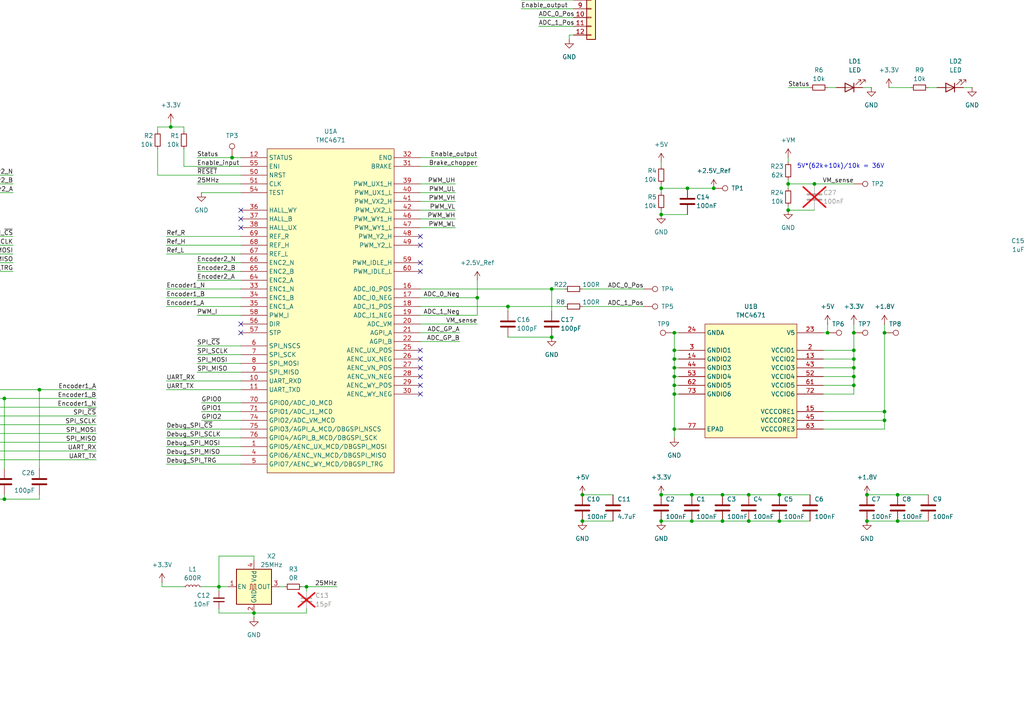
<source format=kicad_sch>
(kicad_sch (version 20231120) (generator "eeschema") (generator_version "8.0")
  (paper "A4")
  (junction (at 199.39 54.61))
  (junction (at -29.21 144.78))
  (junction (at 49.53 36.83))
  (junction (at 256.54 119.38))
  (junction (at 160.02 83.82))
  (junction (at 256.54 96.52))
  (junction (at 247.65 111.76))
  (junction (at 303.53 67.31))
  (junction (at 191.77 54.61))
  (junction (at 191.77 62.23))
  (junction (at 226.06 143.51))
  (junction (at -54.61 113.03))
  (junction (at 209.55 143.51))
  (junction (at 217.17 151.13))
  (junction (at 73.66 177.8))
  (junction (at -62.23 115.57))
  (junction (at 226.06 151.13))
  (junction (at 191.77 151.13))
  (junction (at 256.54 121.92))
  (junction (at 1.27 115.57))
  (junction (at -8.89 118.11))
  (junction (at 251.46 151.13))
  (junction (at 191.77 143.51))
  (junction (at 1.27 144.78))
  (junction (at -69.85 144.78))
  (junction (at -62.23 100.33))
  (junction (at 200.66 151.13))
  (junction (at 251.46 143.51))
  (junction (at -69.85 133.35))
  (junction (at 195.58 109.22))
  (junction (at 247.65 101.6))
  (junction (at -49.53 128.27))
  (junction (at 260.35 143.51))
  (junction (at 168.91 143.51))
  (junction (at 236.22 53.34))
  (junction (at 228.6 53.34))
  (junction (at 200.66 143.51))
  (junction (at 168.91 151.13))
  (junction (at -19.05 144.78))
  (junction (at 207.01 54.61))
  (junction (at 325.12 67.31))
  (junction (at -59.69 130.81))
  (junction (at 160.02 97.79))
  (junction (at 195.58 101.6))
  (junction (at 195.58 106.68))
  (junction (at 11.43 113.03))
  (junction (at -39.37 144.78))
  (junction (at 195.58 96.52))
  (junction (at 67.31 45.72))
  (junction (at 195.58 111.76))
  (junction (at 217.17 143.51))
  (junction (at 88.9 170.18))
  (junction (at 240.03 96.52))
  (junction (at 247.65 109.22))
  (junction (at 147.32 88.9))
  (junction (at 247.65 104.14))
  (junction (at -59.69 144.78))
  (junction (at 195.58 104.14))
  (junction (at -39.37 125.73))
  (junction (at 312.42 77.47))
  (junction (at -49.53 144.78))
  (junction (at -19.05 120.65))
  (junction (at 247.65 106.68))
  (junction (at -29.21 123.19))
  (junction (at 228.6 60.96))
  (junction (at 260.35 151.13))
  (junction (at -8.89 144.78))
  (junction (at 195.58 114.3))
  (junction (at 195.58 124.46))
  (junction (at 63.5 170.18))
  (junction (at 138.43 86.36))
  (junction (at 299.72 67.31))
  (junction (at 247.65 96.52))
  (junction (at 209.55 151.13))
  (junction (at -69.85 118.11))
  (no_connect (at 121.92 111.76))
  (no_connect (at 121.92 78.74))
  (no_connect (at 69.85 60.96))
  (no_connect (at 121.92 71.12))
  (no_connect (at 121.92 68.58))
  (no_connect (at 69.85 63.5))
  (no_connect (at 121.92 106.68))
  (no_connect (at 121.92 76.2))
  (no_connect (at 121.92 104.14))
  (no_connect (at 121.92 114.3))
  (no_connect (at 121.92 101.6))
  (no_connect (at 69.85 66.04))
  (no_connect (at 69.85 96.52))
  (no_connect (at 121.92 109.22))
  (no_connect (at 69.85 93.98))
  (wire (pts (xy 238.76 111.76) (xy 247.65 111.76)))
  (wire (pts (xy 281.94 25.4) (xy 279.4 25.4)))
  (wire (pts (xy -29.21 135.89) (xy -29.21 123.19)))
  (wire (pts (xy 240.03 96.52) (xy 238.76 96.52)))
  (wire (pts (xy -39.37 50.8) (xy -30.48 50.8)))
  (wire (pts (xy 48.26 68.58) (xy 69.85 68.58)))
  (wire (pts (xy 303.53 67.31) (xy 303.53 69.85)))
  (wire (pts (xy 238.76 121.92) (xy 256.54 121.92)))
  (wire (pts (xy 121.92 96.52) (xy 133.35 96.52)))
  (wire (pts (xy 121.92 48.26) (xy 138.43 48.26)))
  (wire (pts (xy -49.53 144.78) (xy -39.37 144.78)))
  (wire (pts (xy 49.53 36.83) (xy 53.34 36.83)))
  (wire (pts (xy 45.72 50.8) (xy 69.85 50.8)))
  (wire (pts (xy -30.48 81.28) (xy -31.75 81.28)))
  (wire (pts (xy -19.05 120.65) (xy 27.94 120.65)))
  (wire (pts (xy 191.77 62.23) (xy 199.39 62.23)))
  (wire (pts (xy 57.15 102.87) (xy 69.85 102.87)))
  (wire (pts (xy 57.15 105.41) (xy 69.85 105.41)))
  (wire (pts (xy 81.28 170.18) (xy 82.55 170.18)))
  (wire (pts (xy 11.43 113.03) (xy 27.94 113.03)))
  (wire (pts (xy 299.72 64.77) (xy 299.72 67.31)))
  (wire (pts (xy 3.81 71.12) (xy -17.78 71.12)))
  (wire (pts (xy 256.54 121.92) (xy 256.54 119.38)))
  (wire (pts (xy 63.5 170.18) (xy 63.5 161.29)))
  (wire (pts (xy 156.21 -5.08) (xy 166.37 -5.08)))
  (wire (pts (xy -19.05 144.78) (xy -8.89 144.78)))
  (wire (pts (xy 195.58 104.14) (xy 195.58 101.6)))
  (wire (pts (xy 199.39 54.61) (xy 207.01 54.61)))
  (wire (pts (xy 228.6 25.4) (xy 234.95 25.4)))
  (wire (pts (xy -54.61 100.33) (xy -62.23 100.33)))
  (wire (pts (xy 53.34 170.18) (xy 46.99 170.18)))
  (wire (pts (xy 58.42 121.92) (xy 69.85 121.92)))
  (wire (pts (xy -39.37 73.66) (xy -30.48 73.66)))
  (wire (pts (xy 1.27 143.51) (xy 1.27 144.78)))
  (wire (pts (xy 165.1 10.16) (xy 165.1 11.43)))
  (wire (pts (xy 156.21 -15.24) (xy 166.37 -15.24)))
  (wire (pts (xy 73.66 179.07) (xy 73.66 177.8)))
  (wire (pts (xy -62.23 100.33) (xy -62.23 99.06)))
  (wire (pts (xy 58.42 170.18) (xy 63.5 170.18)))
  (wire (pts (xy -41.91 113.03) (xy 11.43 113.03)))
  (wire (pts (xy 247.65 106.68) (xy 247.65 104.14)))
  (wire (pts (xy -48.26 63.5) (xy -30.48 63.5)))
  (wire (pts (xy -29.21 144.78) (xy -29.21 143.51)))
  (wire (pts (xy 304.8 69.85) (xy 303.53 69.85)))
  (wire (pts (xy 57.15 76.2) (xy 69.85 76.2)))
  (wire (pts (xy 53.34 36.83) (xy 53.34 38.1)))
  (wire (pts (xy -59.69 130.81) (xy 27.94 130.81)))
  (wire (pts (xy 53.34 48.26) (xy 69.85 48.26)))
  (wire (pts (xy -54.61 113.03) (xy -46.99 113.03)))
  (wire (pts (xy 195.58 106.68) (xy 195.58 104.14)))
  (wire (pts (xy -69.85 144.78) (xy -59.69 144.78)))
  (wire (pts (xy -8.89 143.51) (xy -8.89 144.78)))
  (wire (pts (xy -73.66 133.35) (xy -69.85 133.35)))
  (wire (pts (xy 256.54 96.52) (xy 256.54 93.98)))
  (wire (pts (xy -69.85 144.78) (xy -69.85 143.51)))
  (wire (pts (xy -17.78 53.34) (xy 3.81 53.34)))
  (wire (pts (xy -69.85 133.35) (xy -69.85 135.89)))
  (wire (pts (xy 256.54 124.46) (xy 256.54 121.92)))
  (wire (pts (xy -39.37 125.73) (xy 27.94 125.73)))
  (wire (pts (xy -8.89 144.78) (xy 1.27 144.78)))
  (wire (pts (xy 247.65 111.76) (xy 247.65 109.22)))
  (wire (pts (xy 228.6 54.61) (xy 228.6 53.34)))
  (wire (pts (xy 121.92 83.82) (xy 160.02 83.82)))
  (wire (pts (xy 45.72 36.83) (xy 49.53 36.83)))
  (wire (pts (xy 1.27 144.78) (xy 11.43 144.78)))
  (wire (pts (xy 57.15 53.34) (xy 69.85 53.34)))
  (wire (pts (xy -31.75 81.28) (xy -31.75 82.55)))
  (wire (pts (xy 256.54 119.38) (xy 256.54 96.52)))
  (wire (pts (xy 195.58 111.76) (xy 196.85 111.76)))
  (wire (pts (xy 49.53 35.56) (xy 49.53 36.83)))
  (wire (pts (xy 260.35 143.51) (xy 269.24 143.51)))
  (wire (pts (xy -48.26 58.42) (xy -30.48 58.42)))
  (wire (pts (xy -97.79 125.73) (xy -78.74 125.73)))
  (wire (pts (xy 27.94 115.57) (xy 1.27 115.57)))
  (wire (pts (xy 48.26 83.82) (xy 69.85 83.82)))
  (wire (pts (xy -49.53 144.78) (xy -49.53 143.51)))
  (wire (pts (xy 195.58 124.46) (xy 196.85 124.46)))
  (wire (pts (xy 156.21 -2.54) (xy 166.37 -2.54)))
  (wire (pts (xy 325.12 64.77) (xy 325.12 67.31)))
  (wire (pts (xy 195.58 109.22) (xy 196.85 109.22)))
  (wire (pts (xy 191.77 55.88) (xy 191.77 54.61)))
  (wire (pts (xy -97.79 130.81) (xy -78.74 130.81)))
  (wire (pts (xy 88.9 176.53) (xy 88.9 177.8)))
  (wire (pts (xy 87.63 170.18) (xy 88.9 170.18)))
  (wire (pts (xy 11.43 135.89) (xy 11.43 113.03)))
  (wire (pts (xy -73.66 120.65) (xy -19.05 120.65)))
  (wire (pts (xy 228.6 45.72) (xy 228.6 46.99)))
  (wire (pts (xy 238.76 101.6) (xy 247.65 101.6)))
  (wire (pts (xy 195.58 111.76) (xy 195.58 109.22)))
  (wire (pts (xy 63.5 170.18) (xy 66.04 170.18)))
  (wire (pts (xy 138.43 45.72) (xy 121.92 45.72)))
  (wire (pts (xy 63.5 170.18) (xy 63.5 171.45)))
  (wire (pts (xy -17.78 50.8) (xy 3.81 50.8)))
  (wire (pts (xy -29.21 123.19) (xy 27.94 123.19)))
  (wire (pts (xy 252.73 25.4) (xy 250.19 25.4)))
  (wire (pts (xy 238.76 109.22) (xy 247.65 109.22)))
  (wire (pts (xy -73.66 125.73) (xy -39.37 125.73)))
  (wire (pts (xy -19.05 144.78) (xy -19.05 143.51)))
  (wire (pts (xy -39.37 76.2) (xy -30.48 76.2)))
  (wire (pts (xy -31.75 44.45) (xy -31.75 45.72)))
  (wire (pts (xy 3.81 78.74) (xy -17.78 78.74)))
  (wire (pts (xy 312.42 77.47) (xy 299.72 77.47)))
  (wire (pts (xy -62.23 115.57) (xy -46.99 115.57)))
  (wire (pts (xy 27.94 118.11) (xy -8.89 118.11)))
  (wire (pts (xy 156.21 -12.7) (xy 166.37 -12.7)))
  (wire (pts (xy -48.26 68.58) (xy -30.48 68.58)))
  (wire (pts (xy 165.1 -19.05) (xy 165.1 -17.78)))
  (wire (pts (xy 58.42 55.88) (xy 69.85 55.88)))
  (wire (pts (xy 191.77 62.23) (xy 191.77 60.96)))
  (wire (pts (xy 48.26 86.36) (xy 69.85 86.36)))
  (wire (pts (xy 160.02 97.79) (xy 147.32 97.79)))
  (wire (pts (xy 48.26 71.12) (xy 69.85 71.12)))
  (wire (pts (xy 195.58 101.6) (xy 196.85 101.6)))
  (wire (pts (xy 191.77 54.61) (xy 199.39 54.61)))
  (wire (pts (xy 121.92 99.06) (xy 133.35 99.06)))
  (wire (pts (xy 63.5 176.53) (xy 63.5 177.8)))
  (wire (pts (xy 238.76 119.38) (xy 256.54 119.38)))
  (wire (pts (xy 195.58 106.68) (xy 196.85 106.68)))
  (wire (pts (xy -69.85 146.05) (xy -69.85 144.78)))
  (wire (pts (xy 132.08 55.88) (xy 121.92 55.88)))
  (wire (pts (xy 132.08 63.5) (xy 121.92 63.5)))
  (wire (pts (xy -73.66 130.81) (xy -59.69 130.81)))
  (wire (pts (xy 195.58 109.22) (xy 195.58 106.68)))
  (wire (pts (xy 3.81 76.2) (xy -17.78 76.2)))
  (wire (pts (xy -59.69 135.89) (xy -59.69 130.81)))
  (wire (pts (xy -97.79 113.03) (xy -54.61 113.03)))
  (wire (pts (xy -49.53 128.27) (xy 27.94 128.27)))
  (wire (pts (xy -97.79 115.57) (xy -62.23 115.57)))
  (wire (pts (xy -2.54 66.04) (xy -17.78 66.04)))
  (wire (pts (xy -59.69 144.78) (xy -49.53 144.78)))
  (wire (pts (xy 247.65 109.22) (xy 247.65 106.68)))
  (wire (pts (xy 228.6 60.96) (xy 228.6 59.69)))
  (wire (pts (xy 160.02 90.17) (xy 160.02 83.82)))
  (wire (pts (xy 247.65 96.52) (xy 247.65 93.98)))
  (wire (pts (xy 236.22 53.34) (xy 247.65 53.34)))
  (wire (pts (xy 132.08 53.34) (xy 121.92 53.34)))
  (wire (pts (xy 195.58 101.6) (xy 195.58 96.52)))
  (wire (pts (xy -2.54 58.42) (xy -17.78 58.42)))
  (wire (pts (xy -73.66 123.19) (xy -29.21 123.19)))
  (wire (pts (xy 57.15 107.95) (xy 69.85 107.95)))
  (wire (pts (xy 88.9 170.18) (xy 88.9 171.45)))
  (wire (pts (xy 166.37 -17.78) (xy 165.1 -17.78)))
  (wire (pts (xy -39.37 144.78) (xy -29.21 144.78)))
  (wire (pts (xy 63.5 177.8) (xy 73.66 177.8)))
  (wire (pts (xy 57.15 45.72) (xy 67.31 45.72)))
  (wire (pts (xy 242.57 25.4) (xy 240.03 25.4)))
  (wire (pts (xy -39.37 53.34) (xy -30.48 53.34)))
  (wire (pts (xy 195.58 104.14) (xy 196.85 104.14)))
  (wire (pts (xy 240.03 93.98) (xy 240.03 96.52)))
  (wire (pts (xy -16.51 81.28) (xy -17.78 81.28)))
  (wire (pts (xy -49.53 135.89) (xy -49.53 128.27)))
  (wire (pts (xy 209.55 143.51) (xy 217.17 143.51)))
  (wire (pts (xy -39.37 144.78) (xy -39.37 143.51)))
  (wire (pts (xy 57.15 78.74) (xy 69.85 78.74)))
  (wire (pts (xy 3.81 55.88) (xy -17.78 55.88)))
  (wire (pts (xy -59.69 144.78) (xy -59.69 143.51)))
  (wire (pts (xy 132.08 66.04) (xy 121.92 66.04)))
  (wire (pts (xy 247.65 104.14) (xy 247.65 101.6)))
  (wire (pts (xy -62.23 106.68) (xy -62.23 115.57)))
  (wire (pts (xy -39.37 48.26) (xy -30.48 48.26)))
  (wire (pts (xy -39.37 135.89) (xy -39.37 125.73)))
  (wire (pts (xy -97.79 128.27) (xy -78.74 128.27)))
  (wire (pts (xy 191.77 54.61) (xy 191.77 53.34)))
  (wire (pts (xy 303.53 67.31) (xy 304.8 67.31)))
  (wire (pts (xy 63.5 161.29) (xy 73.66 161.29)))
  (wire (pts (xy -97.79 118.11) (xy -69.85 118.11)))
  (wire (pts (xy 151.13 0) (xy 166.37 0)))
  (wire (pts (xy 163.83 83.82) (xy 160.02 83.82)))
  (wire (pts (xy -62.23 100.33) (xy -62.23 101.6)))
  (wire (pts (xy 191.77 143.51) (xy 200.66 143.51)))
  (wire (pts (xy 217.17 143.51) (xy 226.06 143.51)))
  (wire (pts (xy -39.37 78.74) (xy -30.48 78.74)))
  (wire (pts (xy 48.26 124.46) (xy 69.85 124.46)))
  (wire (pts (xy 121.92 88.9) (xy 147.32 88.9)))
  (wire (pts (xy -97.79 123.19) (xy -78.74 123.19)))
  (wire (pts (xy 156.21 -10.16) (xy 166.37 -10.16)))
  (wire (pts (xy 312.42 77.47) (xy 325.12 77.47)))
  (wire (pts (xy 48.26 110.49) (xy 69.85 110.49)))
  (wire (pts (xy 238.76 114.3) (xy 247.65 114.3)))
  (wire (pts (xy 57.15 100.33) (xy 69.85 100.33)))
  (wire (pts (xy 191.77 46.99) (xy 191.77 48.26)))
  (wire (pts (xy -54.61 106.68) (xy -54.61 113.03)))
  (wire (pts (xy -39.37 66.04) (xy -30.48 66.04)))
  (wire (pts (xy 132.08 58.42) (xy 121.92 58.42)))
  (wire (pts (xy 53.34 43.18) (xy 53.34 48.26)))
  (wire (pts (xy 151.13 2.54) (xy 166.37 2.54)))
  (wire (pts (xy 48.26 127) (xy 69.85 127)))
  (wire (pts (xy -2.54 48.26) (xy -17.78 48.26)))
  (wire (pts (xy 168.91 151.13) (xy 177.8 151.13)))
  (wire (pts (xy 260.35 151.13) (xy 269.24 151.13)))
  (wire (pts (xy 156.21 7.62) (xy 166.37 7.62)))
  (wire (pts (xy 238.76 106.68) (xy 247.65 106.68)))
  (wire (pts (xy 11.43 143.51) (xy 11.43 144.78)))
  (wire (pts (xy -2.54 60.96) (xy -17.78 60.96)))
  (wire (pts (xy 156.21 5.08) (xy 166.37 5.08)))
  (wire (pts (xy -30.48 45.72) (xy -31.75 45.72)))
  (wire (pts (xy 247.65 101.6) (xy 247.65 96.52)))
  (wire (pts (xy 195.58 124.46) (xy 195.58 114.3)))
  (wire (pts (xy 191.77 151.13) (xy 200.66 151.13)))
  (wire (pts (xy 57.15 81.28) (xy 69.85 81.28)))
  (wire (pts (xy -73.66 128.27) (xy -49.53 128.27)))
  (wire (pts (xy 97.79 170.18) (xy 88.9 170.18)))
  (wire (pts (xy -54.61 101.6) (xy -54.61 100.33)))
  (wire (pts (xy -69.85 118.11) (xy -46.99 118.11)))
  (wire (pts (xy 200.66 143.51) (xy 209.55 143.51)))
  (wire (pts (xy 226.06 143.51) (xy 234.95 143.51)))
  (wire (pts (xy 138.43 86.36) (xy 138.43 91.44)))
  (wire (pts (xy 138.43 93.98) (xy 121.92 93.98)))
  (wire (pts (xy 228.6 53.34) (xy 236.22 53.34)))
  (wire (pts (xy 238.76 124.46) (xy 256.54 124.46)))
  (wire (pts (xy 156.21 -7.62) (xy 166.37 -7.62)))
  (wire (pts (xy 121.92 91.44) (xy 138.43 91.44)))
  (wire (pts (xy 1.27 115.57) (xy 1.27 135.89)))
  (wire (pts (xy 147.32 90.17) (xy 147.32 88.9)))
  (wire (pts (xy 57.15 91.44) (xy 69.85 91.44)))
  (wire (pts (xy 228.6 60.96) (xy 236.22 60.96)))
  (wire (pts (xy -69.85 101.6) (xy -69.85 100.33)))
  (wire (pts (xy 3.81 73.66) (xy -17.78 73.66)))
  (wire (pts (xy 73.66 161.29) (xy 73.66 162.56)))
  (wire (pts (xy -29.21 144.78) (xy -19.05 144.78)))
  (wire (pts (xy -16.51 45.72) (xy -17.78 45.72)))
  (wire (pts (xy 168.91 143.51) (xy 177.8 143.51)))
  (wire (pts (xy -8.89 118.11) (xy -8.89 135.89)))
  (wire (pts (xy 186.69 88.9) (xy 168.91 88.9)))
  (wire (pts (xy -97.79 120.65) (xy -78.74 120.65)))
  (wire (pts (xy 325.12 74.93) (xy 325.12 77.47)))
  (wire (pts (xy 209.55 151.13) (xy 217.17 151.13)))
  (wire (pts (xy 121.92 86.36) (xy 138.43 86.36)))
  (wire (pts (xy 67.31 45.72) (xy 69.85 45.72)))
  (wire (pts (xy 299.72 67.31) (xy 303.53 67.31)))
  (wire (pts (xy 238.76 104.14) (xy 247.65 104.14)))
  (wire (pts (xy -69.85 100.33) (xy -62.23 100.33)))
  (wire (pts (xy 88.9 177.8) (xy 73.66 177.8)))
  (wire (pts (xy -16.51 82.55) (xy -16.51 81.28)))
  (wire (pts (xy 247.65 114.3) (xy 247.65 111.76)))
  (wire (pts (xy -69.85 106.68) (xy -69.85 118.11)))
  (wire (pts (xy -16.51 44.45) (xy -16.51 45.72)))
  (wire (pts (xy 48.26 129.54) (xy 69.85 129.54)))
  (wire (pts (xy 195.58 127) (xy 195.58 124.46)))
  (wire (pts (xy 200.66 151.13) (xy 209.55 151.13)))
  (wire (pts (xy 45.72 38.1) (xy 45.72 36.83)))
  (wire (pts (xy 195.58 114.3) (xy 195.58 111.76)))
  (wire (pts (xy 257.81 25.4) (xy 264.16 25.4)))
  (wire (pts (xy 147.32 88.9) (xy 163.83 88.9)))
  (wire (pts (xy -48.26 60.96) (xy -30.48 60.96)))
  (wire (pts (xy 58.42 116.84) (xy 69.85 116.84)))
  (wire (pts (xy 251.46 151.13) (xy 260.35 151.13)))
  (wire (pts (xy 166.37 10.16) (xy 165.1 10.16)))
  (wire (pts (xy 1.27 115.57) (xy -41.91 115.57)))
  (wire (pts (xy 271.78 25.4) (xy 269.24 25.4)))
  (wire (pts (xy -69.85 133.35) (xy 27.94 133.35)))
  (wire (pts (xy 299.72 77.47) (xy 299.72 74.93)))
  (wire (pts (xy 186.69 83.82) (xy 168.91 83.82)))
  (wire (pts (xy 48.26 73.66) (xy 69.85 73.66)))
  (wire (pts (xy 195.58 114.3) (xy 196.85 114.3)))
  (wire (pts (xy 3.81 68.58) (xy -17.78 68.58)))
  (wire (pts (xy 48.26 88.9) (xy 69.85 88.9)))
  (wire (pts (xy 48.26 134.62) (xy 69.85 134.62)))
  (wire (pts (xy 195.58 96.52) (xy 196.85 96.52)))
  (wire (pts (xy 132.08 60.96) (xy 121.92 60.96)))
  (wire (pts (xy 48.26 113.03) (xy 69.85 113.03)))
  (wire (pts (xy 138.43 81.28) (xy 138.43 86.36)))
  (wire (pts (xy 217.17 151.13) (xy 226.06 151.13)))
  (wire (pts (xy -2.54 63.5) (xy -17.78 63.5)))
  (wire (pts (xy 46.99 168.91) (xy 46.99 170.18)))
  (wire (pts (xy 45.72 43.18) (xy 45.72 50.8)))
  (wire (pts (xy 226.06 151.13) (xy 234.95 151.13)))
  (wire (pts (xy -48.26 71.12) (xy -30.48 71.12)))
  (wire (pts (xy 48.26 132.08) (xy 69.85 132.08)))
  (wire (pts (xy -8.89 118.11) (xy -41.91 118.11)))
  (wire (pts (xy -19.05 135.89) (xy -19.05 120.65)))
  (wire (pts (xy -97.79 133.35) (xy -78.74 133.35)))
  (wire (pts (xy 228.6 53.34) (xy 228.6 52.07)))
  (wire (pts (xy 251.46 143.51) (xy 260.35 143.51)))
  (wire (pts (xy -39.37 55.88) (xy -30.48 55.88)))
  (wire (pts (xy 58.42 119.38) (xy 69.85 119.38)))
  (wire (pts (xy 325.12 67.31) (xy 320.04 67.31)))
  (text "5V*(62k+10k)/10k = 36V\n" (at 243.84 48.26 0) (effects (font (size 1.27 1.27))))
  (label "SPI_MISO_CN" (at -2.54 66.04 180))
  (label "GPIO0" (at -39.37 73.66 0))
  (label "Encoder1_A" (at 27.94 113.03 180))
  (label "SPI_MOSI" (at 27.94 125.73 180))
  (label "PWM_VL" (at 156.21 -7.62 0))
  (label "Ref_H" (at -39.37 53.34 0))
  (label "PWM_VL" (at 132.08 60.96 180))
  (label "VM_sense" (at 138.43 93.98 180))
  (label "SPI_~{CS}_CN" (at -97.79 120.65 0))
  (label "SPI_~{CS}" (at 27.94 120.65 180))
  (label "GPIO2" (at -39.37 78.74 0))
  (label "Status" (at 57.15 45.72 0))
  (label "SPI_SCLK" (at 27.94 123.19 180))
  (label "UART_TX" (at 48.26 113.03 0))
  (label "Ref_L" (at 48.26 73.66 0))
  (label "SPI_MOSI_CN" (at -2.54 63.5 180))
  (label "Encoder2_N" (at 57.15 76.2 0))
  (label "Debug_SPI_TRG" (at 3.81 78.74 180))
  (label "Brake_chopper" (at 151.13 0 0))
  (label "Debug_SPI_MISO" (at 48.26 132.08 0))
  (label "PWM_VH" (at 156.21 -10.16 0))
  (label "Encoder1_A_CN" (at -48.26 63.5 0))
  (label "Enable_input" (at -2.54 48.26 180))
  (label "PWM_UL" (at 156.21 -12.7 0))
  (label "Encoder2_A" (at 57.15 81.28 0))
  (label "Debug_SPI_SCLK" (at 48.26 127 0))
  (label "UART_RX" (at 27.94 130.81 180))
  (label "PWM_WL" (at 156.21 -2.54 0))
  (label "Brake_chopper" (at 138.43 48.26 180))
  (label "Encoder1_A_CN" (at -97.79 113.03 0))
  (label "UART_RX" (at 48.26 110.49 0))
  (label "~{RESET}" (at -39.37 48.26 0))
  (label "SPI_MOSI" (at 57.15 105.41 0))
  (label "UART_TX_CN" (at -97.79 133.35 0))
  (label "Encoder1_B" (at 48.26 86.36 0))
  (label "SPI_~{CS}" (at 57.15 100.33 0))
  (label "PWM_UH" (at 132.08 53.34 180))
  (label "Enable_input" (at 57.15 48.26 0))
  (label "PWM_WH" (at 132.08 63.5 180))
  (label "Enable_output" (at 138.43 45.72 180))
  (label "25MHz" (at 97.79 170.18 180))
  (label "GPIO0" (at 58.42 116.84 0))
  (label "Ref_R" (at -39.37 50.8 0))
  (label "Encoder2_B" (at 3.81 53.34 180))
  (label "SPI_MISO_CN" (at -97.79 128.27 0))
  (label "Debug_SPI_MISO" (at 3.81 76.2 180))
  (label "~{RESET}" (at 57.15 50.8 0))
  (label "Encoder1_N_CN" (at -97.79 118.11 0))
  (label "UART_RX_CN" (at -97.79 130.81 0))
  (label "GPIO1" (at 58.42 119.38 0))
  (label "SPI_~{CS}_CN" (at -2.54 58.42 180))
  (label "Encoder1_N" (at 48.26 83.82 0))
  (label "25MHz" (at 57.15 53.34 0))
  (label "Encoder1_B_CN" (at -48.26 60.96 0))
  (label "PWM_VH" (at 132.08 58.42 180))
  (label "Ref_H" (at 48.26 71.12 0))
  (label "ADC_1_Neg" (at 133.35 91.44 180))
  (label "PWM_I" (at 57.15 91.44 0))
  (label "SPI_SCLK" (at 57.15 102.87 0))
  (label "SPI_MISO" (at 57.15 107.95 0))
  (label "SPI_MOSI_CN" (at -97.79 125.73 0))
  (label "PWM_I" (at -39.37 66.04 0))
  (label "Debug_SPI_MOSI" (at 48.26 129.54 0))
  (label "PWM_UL" (at 132.08 55.88 180))
  (label "Debug_SPI_~{CS}" (at 3.81 68.58 180))
  (label "Ref_L" (at -39.37 55.88 0))
  (label "Debug_SPI_~{CS}" (at 48.26 124.46 0))
  (label "Encoder1_N" (at 27.94 118.11 180))
  (label "ADC_0_Pos" (at 186.69 83.82 180))
  (label "ADC_1_Pos" (at 186.69 88.9 180))
  (label "SPI_MISO" (at 27.94 128.27 180))
  (label "GPIO2" (at 58.42 121.92 0))
  (label "PWM_WH" (at 156.21 -5.08 0))
  (label "Debug_SPI_MOSI" (at 3.81 73.66 180))
  (label "Debug_SPI_TRG" (at 48.26 134.62 0))
  (label "PWM_WL" (at 132.08 66.04 180))
  (label "Encoder1_B" (at 27.94 115.57 180))
  (label "Encoder2_A" (at 3.81 55.88 180))
  (label "ADC_0_Neg" (at 133.35 86.36 180))
  (label "UART_TX" (at 27.94 133.35 180))
  (label "Enable_output" (at 151.13 2.54 0))
  (label "VM_sense" (at 247.65 53.34 180))
  (label "ADC_0_Pos" (at 156.21 5.08 0))
  (label "SPI_SCLK_CN" (at -97.79 123.19 0))
  (label "GPIO1" (at -39.37 76.2 0))
  (label "Encoder2_N" (at 3.81 50.8 180))
  (label "ADC_1_Pos" (at 156.21 7.62 0))
  (label "Encoder2_B" (at 57.15 78.74 0))
  (label "ADC_GP_B" (at 133.35 99.06 180))
  (label "Encoder1_B_CN" (at -97.79 115.57 0))
  (label "Debug_SPI_SCLK" (at 3.81 71.12 180))
  (label "Encoder1_A" (at 48.26 88.9 0))
  (label "SPI_SCLK_CN" (at -2.54 60.96 180))
  (label "UART_TX_CN" (at -48.26 71.12 0))
  (label "UART_RX_CN" (at -48.26 68.58 0))
  (label "Ref_R" (at 48.26 68.58 0))
  (label "Encoder1_N_CN" (at -48.26 58.42 0))
  (label "PWM_UH" (at 156.21 -15.24 0))
  (label "Status" (at 228.6 25.4 0))
  (label "ADC_GP_A" (at 133.35 96.52 180))
  (symbol (lib_id "Device:C") (at -39.37 139.7 0) (mirror y) (unit 1)
    (property "Reference" "C19" (at -40.64 137.16 0) (effects (justify left)))
    (property "Value" "100pF" (at -40.64 142.24 0) (effects (justify left)))
    (property "Description" "Unpolarized capacitor" (effects (hide yes)))
  )
  (symbol (lib_id "Connector:TestPoint") (at 256.54 96.52 270) (unit 1)
    (property "Reference" "TP8" (at 257.81 93.98 90) (effects (justify left)))
    (property "Value" "TestPoint" (effects (hide yes)))
    (property "Description" "test point" (effects (hide yes)))
  )
  (symbol (lib_id "Device:R_Small") (at 228.6 49.53 0) (unit 1)
    (property "Reference" "R23" (at 227.33 48.26 0) (effects (justify right)))
    (property "Value" "62k" (at 227.33 50.8 0) (effects (justify right)))
    (property "Description" "Resistor, small symbol" (effects (hide yes)))
  )
  (symbol (lib_id "power:+3.3V") (at 46.99 168.91 0) (unit 1)
    (property "Reference" "#PWR015" (effects (hide yes)))
    (property "Value" "+3.3V" (at 46.99 163.83 0))
    (property "Description" "Power symbol creates a global label with name \"+3.3V\"" (effects (hide yes)))
  )
  (symbol (lib_id "moco:TMC4671-LA") (at 217.17 109.22 0) (mirror y) (unit 2)
    (property "Reference" "U1" (at 217.805 88.9 0))
    (property "Value" "TMC4671" (at 217.805 91.44 0))
    (property "Footprint" "moco:QFN-76_EP_10.5x6.5_Pitch0.4mm" (effects (hide yes)))
  )
  (symbol (lib_id "Device:C") (at -8.89 139.7 0) (mirror y) (unit 1)
    (property "Reference" "C24" (at -10.16 137.16 0) (effects (justify left)))
    (property "Value" "100pF" (at -10.16 142.24 0) (effects (justify left)))
    (property "Description" "Unpolarized capacitor" (effects (hide yes)))
  )
  (symbol (lib_id "Oscillator:ASE-xxxMHz") (at 73.66 170.18 0) (unit 1)
    (property "Reference" "X2" (at 78.74 161.29 0))
    (property "Value" "25MHz" (at 78.74 163.83 0))
    (property "Footprint" "Crystal:Crystal_SMD_3225-4Pin_3.2x2.5mm" (effects (hide yes)))
    (property "Datasheet" "http://www.abracon.com/Oscillators/ASV.pdf" (effects (hide yes)))
    (property "Description" "3.3V CMOS SMD Crystal Clock Oscillator, Abracon" (effects (hide yes)))
  )
  (symbol (lib_id "Connector:TestPoint") (at 207.01 54.61 270) (unit 1)
    (property "Reference" "TP1" (at 212.09 54.61 90) (effects (justify left)))
    (property "Value" "TestPoint" (effects (hide yes)))
    (property "Description" "test point" (effects (hide yes)))
  )
  (symbol (lib_id "power:+5V") (at 168.91 143.51 0) (unit 1)
    (property "Reference" "#PWR010" (effects (hide yes)))
    (property "Value" "+5V" (at 168.91 138.43 0))
    (property "Description" "Power symbol creates a global label with name \"+5V\"" (effects (hide yes)))
  )
  (symbol (lib_id "Connector:TestPoint") (at 240.03 96.52 270) (unit 1)
    (property "Reference" "TP6" (at 241.3 93.98 90) (effects (justify left)))
    (property "Value" "TestPoint" (effects (hide yes)))
    (property "Description" "test point" (effects (hide yes)))
  )
  (symbol (lib_id "power:+3.3V") (at 247.65 93.98 0) (unit 1)
    (property "Reference" "#PWR02" (effects (hide yes)))
    (property "Value" "+3.3V" (at 247.65 88.9 0))
    (property "Description" "Power symbol creates a global label with name \"+3.3V\"" (effects (hide yes)))
  )
  (symbol (lib_id "Device:R_Small") (at -76.2 133.35 270) (mirror x) (unit 1)
    (property "Reference" "R15" (at -80.01 132.08 90))
    (property "Value" "270R" (at -71.12 132.08 90))
    (property "Description" "Resistor, small symbol" (effects (hide yes)))
  )
  (symbol (lib_id "Device:LED") (at 275.59 25.4 180) (unit 1)
    (property "Reference" "LD2" (at 277.1775 17.78 0))
    (property "Value" "LED" (at 277.1775 20.32 0))
    (property "Description" "Light emitting diode" (effects (hide yes)))
  )
  (symbol (lib_id "Device:R_Small") (at -76.2 130.81 270) (mirror x) (unit 1)
    (property "Reference" "R14" (at -80.01 129.54 90))
    (property "Value" "270R" (at -71.12 129.54 90))
    (property "Description" "Resistor, small symbol" (effects (hide yes)))
  )
  (symbol (lib_id "Device:C") (at -29.21 139.7 0) (mirror y) (unit 1)
    (property "Reference" "C18" (at -30.48 137.16 0) (effects (justify left)))
    (property "Value" "100pF" (at -30.48 142.24 0) (effects (justify left)))
    (property "Description" "Unpolarized capacitor" (effects (hide yes)))
  )
  (symbol (lib_id "Device:C") (at 236.22 57.15 0) (unit 1) (dnp yes)
    (property "Reference" "C27" (at 238.76 55.88 0) (effects (justify left)))
    (property "Value" "100nF" (at 238.76 58.42 0) (effects (justify left)))
    (property "Description" "Unpolarized capacitor" (effects (hide yes)))
  )
  (symbol (lib_id "Device:C") (at 269.24 147.32 0) (unit 1)
    (property "Reference" "C9" (at 270.51 144.78 0) (effects (justify left)))
    (property "Value" "100nF" (at 270.51 149.86 0) (effects (justify left)))
    (property "Description" "Unpolarized capacitor" (effects (hide yes)))
  )
  (symbol (lib_id "power:+3.3V") (at 257.81 25.4 0) (unit 1)
    (property "Reference" "#PWR023" (effects (hide yes)))
    (property "Value" "+3.3V" (at 257.81 20.32 0))
    (property "Description" "Power symbol creates a global label with name \"+3.3V\"" (effects (hide yes)))
  )
  (symbol (lib_id "Device:R_Small") (at -76.2 123.19 270) (mirror x) (unit 1)
    (property "Reference" "R11" (at -80.01 121.92 90))
    (property "Value" "270R" (at -71.12 121.92 90))
    (property "Description" "Resistor, small symbol" (effects (hide yes)))
  )
  (symbol (lib_id "Device:C") (at 209.55 147.32 0) (unit 1)
    (property "Reference" "C3" (at 210.82 144.78 0) (effects (justify left)))
    (property "Value" "100nF" (at 210.82 149.86 0) (effects (justify left)))
    (property "Description" "Unpolarized capacitor" (effects (hide yes)))
  )
  (symbol (lib_id "power:+2V5") (at 138.43 81.28 0) (unit 1)
    (property "Reference" "#PWR019" (effects (hide yes)))
    (property "Value" "+2.5V_Ref" (at 138.43 76.2 0))
    (property "Description" "Power symbol creates a global label with name \"+2V5\"" (effects (hide yes)))
  )
  (symbol (lib_id "Device:R_Small") (at 45.72 40.64 0) (unit 1)
    (property "Reference" "R2" (at 44.45 39.37 0) (effects (justify right)))
    (property "Value" "10k" (at 44.45 41.91 0) (effects (justify right)))
    (property "Description" "Resistor, small symbol" (effects (hide yes)))
  )
  (symbol (lib_id "power:GND") (at -16.51 82.55 0) (unit 1)
    (property "Reference" "#PWR029" (effects (hide yes)))
    (property "Value" "GND" (at -16.51 87.63 0))
    (property "Description" "Power symbol creates a global label with name \"GND\" , ground" (effects (hide yes)))
  )
  (symbol (lib_id "Device:R_Small") (at 191.77 58.42 0) (unit 1)
    (property "Reference" "R5" (at 190.5 57.15 0) (effects (justify right)))
    (property "Value" "10k" (at 190.5 59.69 0) (effects (justify right)))
    (property "Description" "Resistor, small symbol" (effects (hide yes)))
  )
  (symbol (lib_id "power:GND") (at -31.75 82.55 0) (unit 1)
    (property "Reference" "#PWR027" (effects (hide yes)))
    (property "Value" "GND" (at -31.75 87.63 0))
    (property "Description" "Power symbol creates a global label with name \"GND\" , ground" (effects (hide yes)))
  )
  (symbol (lib_id "Connector_Generic:Conn_02x15_Odd_Even") (at -25.4 63.5 0) (unit 1)
    (property "Reference" "J2" (at -24.13 39.37 0))
    (property "Value" "Control" (at -24.13 41.91 0))
    (property "Description" "Generic connector, double row, 02x15, odd/even pin numbering scheme (row 1 odd numbers, row 2 even numbers), script generated (kicad-library-utils/schlib/autogen/connector/)" (effects (hide yes)))
  )
  (symbol (lib_id "Device:R_Small") (at -44.45 113.03 270) (mirror x) (unit 1)
    (property "Reference" "R16" (at -48.26 111.76 90))
    (property "Value" "270R" (at -39.37 111.76 90))
    (property "Description" "Resistor, small symbol" (effects (hide yes)))
  )
  (symbol (lib_id "power:GND") (at -69.85 146.05 0) (mirror y) (unit 1)
    (property "Reference" "#PWR024" (effects (hide yes)))
    (property "Value" "GND" (at -69.85 151.13 0))
    (property "Description" "Power symbol creates a global label with name \"GND\" , ground" (effects (hide yes)))
  )
  (symbol (lib_id "Device:C") (at 226.06 147.32 0) (unit 1)
    (property "Reference" "C5" (at 227.33 144.78 0) (effects (justify left)))
    (property "Value" "100nF" (at 227.33 149.86 0) (effects (justify left)))
    (property "Description" "Unpolarized capacitor" (effects (hide yes)))
  )
  (symbol (lib_id "Device:R_Small") (at -76.2 120.65 270) (mirror x) (unit 1)
    (property "Reference" "R10" (at -80.01 119.38 90))
    (property "Value" "270R" (at -71.12 119.38 90))
    (property "Description" "Resistor, small symbol" (effects (hide yes)))
  )
  (symbol (lib_id "Device:C") (at 1.27 139.7 0) (mirror y) (unit 1)
    (property "Reference" "C25" (at 0 137.16 0) (effects (justify left)))
    (property "Value" "100pF" (at 0 142.24 0) (effects (justify left)))
    (property "Description" "Unpolarized capacitor" (effects (hide yes)))
  )
  (symbol (lib_id "Device:C") (at 160.02 93.98 0) (unit 1)
    (property "Reference" "C17" (at 162.56 92.71 0) (effects (justify left)))
    (property "Value" "100pF" (at 162.56 95.25 0) (effects (justify left)))
    (property "Description" "Unpolarized capacitor" (effects (hide yes)))
  )
  (symbol (lib_id "Device:R_Small") (at 166.37 83.82 90) (unit 1)
    (property "Reference" "R22" (at 162.56 82.55 90))
    (property "Value" "100R" (at 171.45 82.55 90))
    (property "Description" "Resistor, small symbol" (effects (hide yes)))
  )
  (symbol (lib_id "power:GND") (at 168.91 151.13 0) (unit 1)
    (property "Reference" "#PWR09" (effects (hide yes)))
    (property "Value" "GND" (at 168.91 156.21 0))
    (property "Description" "Power symbol creates a global label with name \"GND\" , ground" (effects (hide yes)))
  )
  (symbol (lib_id "power:GND") (at 165.1 11.43 0) (unit 1)
    (property "Reference" "#PWR033" (effects (hide yes)))
    (property "Value" "GND" (at 165.1 16.51 0))
    (property "Description" "Power symbol creates a global label with name \"GND\" , ground" (effects (hide yes)))
  )
  (symbol (lib_id "Device:C") (at 325.12 71.12 0) (unit 1)
    (property "Reference" "C28" (at 327.66 69.85 0) (effects (justify left)))
    (property "Value" "1uF" (at 327.66 72.39 0) (effects (justify left)))
    (property "Description" "Unpolarized capacitor" (effects (hide yes)))
  )
  (symbol (lib_id "Device:R_Small") (at -69.85 104.14 0) (unit 1) (dnp yes)
    (property "Reference" "R21" (at -71.12 102.87 0) (effects (justify right)))
    (property "Value" "10k" (at -71.12 105.41 0) (effects (justify right)))
    (property "Description" "Resistor, small symbol" (effects (hide yes)))
  )
  (symbol (lib_id "Device:C_Small") (at 88.9 173.99 0) (unit 1) (dnp yes)
    (property "Reference" "C13" (at 91.44 172.7262 0) (effects (justify left)))
    (property "Value" "15pF" (at 91.44 175.2662 0) (effects (justify left)))
    (property "Description" "Unpolarized capacitor, small symbol" (effects (hide yes)))
  )
  (symbol (lib_id "Device:R_Small") (at 191.77 50.8 0) (unit 1)
    (property "Reference" "R4" (at 190.5 49.53 0) (effects (justify right)))
    (property "Value" "10k" (at 190.5 52.07 0) (effects (justify right)))
    (property "Description" "Resistor, small symbol" (effects (hide yes)))
  )
  (symbol (lib_id "Device:R_Small") (at -44.45 115.57 270) (mirror x) (unit 1)
    (property "Reference" "R17" (at -48.26 114.3 90))
    (property "Value" "270R" (at -39.37 114.3 90))
    (property "Description" "Resistor, small symbol" (effects (hide yes)))
  )
  (symbol (lib_id "Device:R_Small") (at -62.23 104.14 0) (unit 1) (dnp yes)
    (property "Reference" "R20" (at -63.5 102.87 0) (effects (justify right)))
    (property "Value" "10k" (at -63.5 105.41 0) (effects (justify right)))
    (property "Description" "Resistor, small symbol" (effects (hide yes)))
  )
  (symbol (lib_id "Device:R_Small") (at 266.7 25.4 90) (unit 1)
    (property "Reference" "R9" (at 266.7 20.32 90))
    (property "Value" "10k" (at 266.7 22.86 90))
    (property "Description" "Resistor, small symbol" (effects (hide yes)))
  )
  (symbol (lib_id "power:GND") (at 281.94 25.4 0) (unit 1)
    (property "Reference" "#PWR022" (effects (hide yes)))
    (property "Value" "GND" (at 281.94 30.48 0))
    (property "Description" "Power symbol creates a global label with name \"GND\" , ground" (effects (hide yes)))
  )
  (symbol (lib_id "power:GND") (at 58.42 55.88 0) (unit 1)
    (property "Reference" "#PWR011" (effects (hide yes)))
    (property "Value" "GND" (at 58.42 60.96 0))
    (property "Description" "Power symbol creates a global label with name \"GND\" , ground" (effects (hide yes)))
  )
  (symbol (lib_id "Device:LED") (at 246.38 25.4 180) (unit 1)
    (property "Reference" "LD1" (at 247.9675 17.78 0))
    (property "Value" "LED" (at 247.9675 20.32 0))
    (property "Description" "Light emitting diode" (effects (hide yes)))
  )
  (symbol (lib_id "Device:C") (at -19.05 139.7 0) (mirror y) (unit 1)
    (property "Reference" "C23" (at -20.32 137.16 0) (effects (justify left)))
    (property "Value" "100pF" (at -20.32 142.24 0) (effects (justify left)))
    (property "Description" "Unpolarized capacitor" (effects (hide yes)))
  )
  (symbol (lib_id "power:GND") (at 195.58 127 0) (unit 1)
    (property "Reference" "#PWR03" (effects (hide yes)))
    (property "Value" "GND" (at 195.58 132.08 0))
    (property "Description" "Power symbol creates a global label with name \"GND\" , ground" (effects (hide yes)))
  )
  (symbol (lib_id "Device:C") (at 251.46 147.32 0) (unit 1)
    (property "Reference" "C7" (at 252.73 144.78 0) (effects (justify left)))
    (property "Value" "100nF" (at 252.73 149.86 0) (effects (justify left)))
    (property "Description" "Unpolarized capacitor" (effects (hide yes)))
  )
  (symbol (lib_id "Device:C") (at 299.72 71.12 0) (mirror y) (unit 1)
    (property "Reference" "C15" (at 297.18 69.85 0) (effects (justify left)))
    (property "Value" "1uF" (at 297.18 72.39 0) (effects (justify left)))
    (property "Description" "Unpolarized capacitor" (effects (hide yes)))
  )
  (symbol (lib_id "power:GND") (at 160.02 97.79 0) (unit 1)
    (property "Reference" "#PWR021" (effects (hide yes)))
    (property "Value" "GND" (at 160.02 102.87 0))
    (property "Description" "Power symbol creates a global label with name \"GND\" , ground" (effects (hide yes)))
  )
  (symbol (lib_id "power:GND") (at 252.73 25.4 0) (unit 1)
    (property "Reference" "#PWR018" (effects (hide yes)))
    (property "Value" "GND" (at 252.73 30.48 0))
    (property "Description" "Power symbol creates a global label with name \"GND\" , ground" (effects (hide yes)))
  )
  (symbol (lib_id "power:+3.3V") (at -16.51 44.45 0) (unit 1)
    (property "Reference" "#PWR031" (effects (hide yes)))
    (property "Value" "+3.3V" (at -16.51 39.37 0))
    (property "Description" "Power symbol creates a global label with name \"+3.3V\"" (effects (hide yes)))
  )
  (symbol (lib_id "Device:C") (at -69.85 139.7 0) (mirror y) (unit 1)
    (property "Reference" "C22" (at -71.12 137.16 0) (effects (justify left)))
    (property "Value" "100pF" (at -71.12 142.24 0) (effects (justify left)))
    (property "Description" "Unpolarized capacitor" (effects (hide yes)))
  )
  (symbol (lib_id "power:GND") (at 191.77 62.23 0) (unit 1)
    (property "Reference" "#PWR014" (effects (hide yes)))
    (property "Value" "GND" (at 191.77 67.31 0))
    (property "Description" "Power symbol creates a global label with name \"GND\" , ground" (effects (hide yes)))
  )
  (symbol (lib_id "Connector:TestPoint") (at 195.58 96.52 90) (mirror x) (unit 1)
    (property "Reference" "TP9" (at 194.31 93.98 90) (effects (justify left)))
    (property "Value" "TestPoint" (effects (hide yes)))
    (property "Description" "test point" (effects (hide yes)))
  )
  (symbol (lib_id "Device:R_Small") (at 53.34 40.64 0) (unit 1)
    (property "Reference" "R1" (at 52.07 39.37 0) (effects (justify right)))
    (property "Value" "10k" (at 52.07 41.91 0) (effects (justify right)))
    (property "Description" "Resistor, small symbol" (effects (hide yes)))
  )
  (symbol (lib_id "Device:R_Small") (at 237.49 25.4 90) (unit 1)
    (property "Reference" "R6" (at 237.49 20.32 90))
    (property "Value" "10k" (at 237.49 22.86 90))
    (property "Description" "Resistor, small symbol" (effects (hide yes)))
  )
  (symbol (lib_id "power:+3.3V") (at 325.12 64.77 0) (unit 1)
    (property "Reference" "#PWR035" (effects (hide yes)))
    (property "Value" "+3.3V" (at 325.12 59.69 0))
    (property "Description" "Power symbol creates a global label with name \"+3.3V\"" (effects (hide yes)))
  )
  (symbol (lib_id "Connector_Generic:Conn_01x12") (at 171.45 -5.08 0) (unit 1)
    (property "Reference" "J3" (at 173.99 -5.0801 0) (effects (justify left)))
    (property "Value" "Driver" (at 173.99 -2.5401 0) (effects (justify left)))
    (property "Description" "Generic connector, single row, 01x12, script generated (kicad-library-utils/schlib/autogen/connector/)" (effects (hide yes)))
  )
  (symbol (lib_id "power:+1V8") (at 256.54 93.98 0) (unit 1)
    (property "Reference" "#PWR04" (effects (hide yes)))
    (property "Value" "+1.8V" (at 256.54 88.9 0))
    (property "Description" "Power symbol creates a global label with name \"+1V8\"" (effects (hide yes)))
  )
  (symbol (lib_id "Connector:TestPoint") (at 186.69 83.82 270) (unit 1)
    (property "Reference" "TP4" (at 191.77 83.82 90) (effects (justify left)))
    (property "Value" "TestPoint" (effects (hide yes)))
    (property "Description" "test point" (effects (hide yes)))
  )
  (symbol (lib_id "Device:R_Small") (at 228.6 57.15 0) (unit 1)
    (property "Reference" "R24" (at 227.33 55.88 0) (effects (justify right)))
    (property "Value" "10k" (at 227.33 58.42 0) (effects (justify right)))
    (property "Description" "Resistor, small symbol" (effects (hide yes)))
  )
  (symbol (lib_name "TMC4671-LA_1") (lib_id "moco:TMC4671-LA") (at 95.25 90.17 0) (unit 1)
    (property "Reference" "U1" (at 95.885 38.1 0))
    (property "Value" "TMC4671" (at 95.885 40.64 0))
    (property "Footprint" "moco:QFN-76_EP_10.5x6.5_Pitch0.4mm" (effects (hide yes)))
  )
  (symbol (lib_id "power:GND") (at 312.42 77.47 0) (unit 1)
    (property "Reference" "#PWR034" (effects (hide yes)))
    (property "Value" "GND" (at 312.42 82.55 0))
    (property "Description" "Power symbol creates a global label with name \"GND\" , ground" (effects (hide yes)))
  )
  (symbol (lib_id "power:+3.3V") (at 49.53 35.56 0) (unit 1)
    (property "Reference" "#PWR012" (effects (hide yes)))
    (property "Value" "+3.3V" (at 49.53 30.48 0))
    (property "Description" "Power symbol creates a global label with name \"+3.3V\"" (effects (hide yes)))
  )
  (symbol (lib_id "power:+3.3V") (at 191.77 143.51 0) (unit 1)
    (property "Reference" "#PWR05" (effects (hide yes)))
    (property "Value" "+3.3V" (at 191.77 138.43 0))
    (property "Description" "Power symbol creates a global label with name \"+3.3V\"" (effects (hide yes)))
  )
  (symbol (lib_id "power:+5V") (at -31.75 44.45 0) (unit 1)
    (property "Reference" "#PWR030" (effects (hide yes)))
    (property "Value" "+5V" (at -31.75 39.37 0))
    (property "Description" "Power symbol creates a global label with name \"+5V\"" (effects (hide yes)))
  )
  (symbol (lib_id "Device:C") (at 177.8 147.32 0) (unit 1)
    (property "Reference" "C11" (at 179.07 144.78 0) (effects (justify left)))
    (property "Value" "4.7uF" (at 179.07 149.86 0) (effects (justify left)))
    (property "Description" "Unpolarized capacitor" (effects (hide yes)))
  )
  (symbol (lib_id "power:+5V") (at 240.03 93.98 0) (unit 1)
    (property "Reference" "#PWR01" (effects (hide yes)))
    (property "Value" "+5V" (at 240.03 88.9 0))
    (property "Description" "Power symbol creates a global label with name \"+5V\"" (effects (hide yes)))
  )
  (symbol (lib_id "Device:C") (at 147.32 93.98 0) (unit 1)
    (property "Reference" "C16" (at 149.86 92.71 0) (effects (justify left)))
    (property "Value" "100pF" (at 149.86 95.25 0) (effects (justify left)))
    (property "Description" "Unpolarized capacitor" (effects (hide yes)))
  )
  (symbol (lib_id "Device:R_Small") (at -76.2 125.73 270) (mirror x) (unit 1)
    (property "Reference" "R12" (at -80.01 124.46 90))
    (property "Value" "270R" (at -71.12 124.46 90))
    (property "Description" "Resistor, small symbol" (effects (hide yes)))
  )
  (symbol (lib_id "Connector:TestPoint") (at 67.31 45.72 0) (unit 1)
    (property "Reference" "TP3" (at 67.31 39.37 0))
    (property "Value" "TestPoint" (effects (hide yes)))
    (property "Description" "test point" (effects (hide yes)))
  )
  (symbol (lib_id "power:+5V") (at 191.77 46.99 0) (unit 1)
    (property "Reference" "#PWR016" (effects (hide yes)))
    (property "Value" "+5V" (at 191.77 41.91 0))
    (property "Description" "Power symbol creates a global label with name \"+5V\"" (effects (hide yes)))
  )
  (symbol (lib_id "power:+3.3V") (at -62.23 99.06 0) (unit 1)
    (property "Reference" "#PWR025" (effects (hide yes)))
    (property "Value" "+3.3V" (at -62.23 93.98 0))
    (property "Description" "Power symbol creates a global label with name \"+3.3V\"" (effects (hide yes)))
  )
  (symbol (lib_id "Device:R_Small") (at -44.45 118.11 270) (mirror x) (unit 1)
    (property "Reference" "R18" (at -48.26 116.84 90))
    (property "Value" "270R" (at -39.37 116.84 90))
    (property "Description" "Resistor, small symbol" (effects (hide yes)))
  )
  (symbol (lib_id "Device:C") (at -49.53 139.7 0) (mirror y) (unit 1)
    (property "Reference" "C20" (at -50.8 137.16 0) (effects (justify left)))
    (property "Value" "100pF" (at -50.8 142.24 0) (effects (justify left)))
    (property "Description" "Unpolarized capacitor" (effects (hide yes)))
  )
  (symbol (lib_id "power:GND") (at 228.6 60.96 0) (unit 1)
    (property "Reference" "#PWR028" (effects (hide yes)))
    (property "Value" "GND" (at 228.6 66.04 0))
    (property "Description" "Power symbol creates a global label with name \"GND\" , ground" (effects (hide yes)))
  )
  (symbol (lib_id "Device:C") (at 11.43 139.7 0) (mirror y) (unit 1)
    (property "Reference" "C26" (at 10.16 137.16 0) (effects (justify left)))
    (property "Value" "100pF" (at 10.16 142.24 0) (effects (justify left)))
    (property "Description" "Unpolarized capacitor" (effects (hide yes)))
  )
  (symbol (lib_id "power:+2V5") (at 207.01 54.61 0) (unit 1)
    (property "Reference" "#PWR017" (effects (hide yes)))
    (property "Value" "+2.5V_Ref" (at 207.01 49.53 0))
    (property "Description" "Power symbol creates a global label with name \"+2V5\"" (effects (hide yes)))
  )
  (symbol (lib_id "Connector:TestPoint") (at 186.69 88.9 270) (unit 1)
    (property "Reference" "TP5" (at 191.77 88.9 90) (effects (justify left)))
    (property "Value" "TestPoint" (effects (hide yes)))
    (property "Description" "test point" (effects (hide yes)))
  )
  (symbol (lib_id "power:+5V") (at 165.1 -19.05 0) (unit 1)
    (property "Reference" "#PWR032" (effects (hide yes)))
    (property "Value" "+VM" (at 165.1 -24.13 0))
    (property "Description" "Power symbol creates a global label with name \"+5V\"" (effects (hide yes)))
  )
  (symbol (lib_id "power:+1V8") (at 251.46 143.51 0) (unit 1)
    (property "Reference" "#PWR08" (effects (hide yes)))
    (property "Value" "+1.8V" (at 251.46 138.43 0))
    (property "Description" "Power symbol creates a global label with name \"+1V8\"" (effects (hide yes)))
  )
  (symbol (lib_id "Connector:TestPoint") (at 247.65 96.52 270) (unit 1)
    (property "Reference" "TP7" (at 248.92 93.98 90) (effects (justify left)))
    (property "Value" "TestPoint" (effects (hide yes)))
    (property "Description" "test point" (effects (hide yes)))
  )
  (symbol (lib_id "power:+5V") (at 228.6 45.72 0) (unit 1)
    (property "Reference" "#PWR026" (effects (hide yes)))
    (property "Value" "+VM" (at 228.6 40.64 0))
    (property "Description" "Power symbol creates a global label with name \"+5V\"" (effects (hide yes)))
  )
  (symbol (lib_id "Device:L_Small") (at 55.88 170.18 90) (unit 1)
    (property "Reference" "L1" (at 55.88 165.1 90))
    (property "Value" "600R" (at 55.88 167.64 90))
    (property "Description" "Inductor, small symbol" (effects (hide yes)))
  )
  (symbol (lib_id "Connector:TestPoint") (at 247.65 53.34 270) (unit 1)
    (property "Reference" "TP2" (at 252.73 53.34 90) (effects (justify left)))
    (property "Value" "TestPoint" (effects (hide yes)))
    (property "Description" "test point" (effects (hide yes)))
  )
  (symbol (lib_id "Device:C") (at 234.95 147.32 0) (unit 1)
    (property "Reference" "C6" (at 236.22 144.78 0) (effects (justify left)))
    (property "Value" "100nF" (at 236.22 149.86 0) (effects (justify left)))
    (property "Description" "Unpolarized capacitor" (effects (hide yes)))
  )
  (symbol (lib_id "power:+5V") (at 299.72 64.77 0) (unit 1)
    (property "Reference" "#PWR020" (effects (hide yes)))
    (property "Value" "+5V" (at 299.72 59.69 0))
    (property "Description" "Power symbol creates a global label with name \"+5V\"" (effects (hide yes)))
  )
  (symbol (lib_id "power:GND") (at 251.46 151.13 0) (unit 1)
    (property "Reference" "#PWR07" (effects (hide yes)))
    (property "Value" "GND" (at 251.46 156.21 0))
    (property "Description" "Power symbol creates a global label with name \"GND\" , ground" (effects (hide yes)))
  )
  (symbol (lib_id "Regulator_Linear:TPS7A0518PDBV") (at 312.42 69.85 0) (unit 1)
    (property "Reference" "U2" (at 312.42 59.69 0))
    (property "Value" "RT9013-33" (at 312.42 62.23 0))
    (property "Footprint" "Package_TO_SOT_SMD:SOT-23-5" (effects (hide yes)))
    (property "Datasheet" "https://www.ti.com/lit/ds/symlink/tps7a05.pdf" (effects (hide yes)))
    (property "Description" "200-mA Ultra-Low-Iq LDO, 1.8V, SOT-23-5" (effects (hide yes)))
  )
  (symbol (lib_id "Device:C") (at -59.69 139.7 0) (mirror y) (unit 1)
    (property "Reference" "C21" (at -60.96 137.16 0) (effects (justify left)))
    (property "Value" "100pF" (at -60.96 142.24 0) (effects (justify left)))
    (property "Description" "Unpolarized capacitor" (effects (hide yes)))
  )
  (symbol (lib_id "Device:C") (at 191.77 147.32 0) (unit 1)
    (property "Reference" "C2" (at 193.04 144.78 0) (effects (justify left)))
    (property "Value" "100nF" (at 193.04 149.86 0) (effects (justify left)))
    (property "Description" "Unpolarized capacitor" (effects (hide yes)))
  )
  (symbol (lib_id "Device:C") (at 168.91 147.32 0) (unit 1)
    (property "Reference" "C10" (at 170.18 144.78 0) (effects (justify left)))
    (property "Value" "100nF" (at 170.18 149.86 0) (effects (justify left)))
    (property "Description" "Unpolarized capacitor" (effects (hide yes)))
  )
  (symbol (lib_id "power:GND") (at 73.66 179.07 0) (unit 1)
    (property "Reference" "#PWR013" (effects (hide yes)))
    (property "Value" "GND" (at 73.66 184.15 0))
    (property "Description" "Power symbol creates a global label with name \"GND\" , ground" (effects (hide yes)))
  )
  (symbol (lib_id "power:GND") (at 191.77 151.13 0) (unit 1)
    (property "Reference" "#PWR06" (effects (hide yes)))
    (property "Value" "GND" (at 191.77 156.21 0))
    (property "Description" "Power symbol creates a global label with name \"GND\" , ground" (effects (hide yes)))
  )
  (symbol (lib_id "Device:C") (at 200.66 147.32 0) (unit 1)
    (property "Reference" "C1" (at 201.93 144.78 0) (effects (justify left)))
    (property "Value" "100nF" (at 201.93 149.86 0) (effects (justify left)))
    (property "Description" "Unpolarized capacitor" (effects (hide yes)))
  )
  (symbol (lib_id "Device:C") (at 199.39 58.42 0) (unit 1)
    (property "Reference" "C14" (at 201.93 57.15 0) (effects (justify left)))
    (property "Value" "100nF" (at 201.93 59.69 0) (effects (justify left)))
    (property "Description" "Unpolarized capacitor" (effects (hide yes)))
  )
  (symbol (lib_id "Device:C") (at 217.17 147.32 0) (unit 1)
    (property "Reference" "C4" (at 218.44 144.78 0) (effects (justify left)))
    (property "Value" "100nF" (at 218.44 149.86 0) (effects (justify left)))
    (property "Description" "Unpolarized capacitor" (effects (hide yes)))
  )
  (symbol (lib_id "Device:R_Small") (at -76.2 128.27 270) (mirror x) (unit 1)
    (property "Reference" "R13" (at -80.01 127 90))
    (property "Value" "270R" (at -71.12 127 90))
    (property "Description" "Resistor, small symbol" (effects (hide yes)))
  )
  (symbol (lib_id "Device:R_Small") (at -54.61 104.14 0) (unit 1) (dnp yes)
    (property "Reference" "R19" (at -55.88 102.87 0) (effects (justify right)))
    (property "Value" "10k" (at -55.88 105.41 0) (effects (justify right)))
    (property "Description" "Resistor, small symbol" (effects (hide yes)))
  )
  (symbol (lib_id "Device:C_Small") (at 63.5 173.99 0) (mirror x) (unit 1)
    (property "Reference" "C12" (at 60.96 172.7135 0) (effects (justify right)))
    (property "Value" "10nF" (at 60.96 175.2535 0) (effects (justify right)))
    (property "Description" "Unpolarized capacitor, small symbol" (effects (hide yes)))
  )
  (symbol (lib_id "Device:R_Small") (at 85.09 170.18 90) (unit 1)
    (property "Reference" "R3" (at 85.09 165.1 90))
    (property "Value" "0R" (at 85.09 167.64 90))
    (property "Description" "Resistor, small symbol" (effects (hide yes)))
  )
  (symbol (lib_id "Device:R_Small") (at 166.37 88.9 90) (unit 1)
    (property "Reference" "R8" (at 162.56 87.63 90))
    (property "Value" "100R" (at 171.45 87.63 90))
    (property "Description" "Resistor, small symbol" (effects (hide yes)))
  )
  (symbol (lib_id "Device:C") (at 260.35 147.32 0) (unit 1)
    (property "Reference" "C8" (at 261.62 144.78 0) (effects (justify left)))
    (property "Value" "100nF" (at 261.62 149.86 0) (effects (justify left)))
    (property "Description" "Unpolarized capacitor" (effects (hide yes)))
  )
)
</source>
